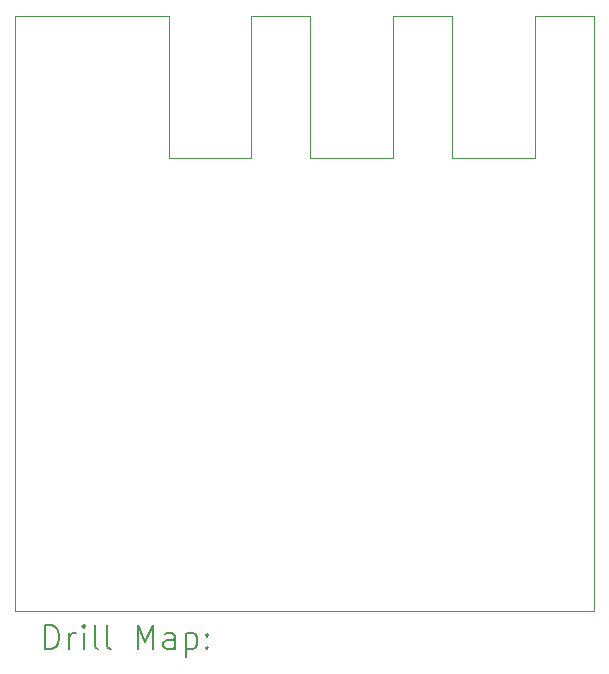
<source format=gbr>
%TF.GenerationSoftware,KiCad,Pcbnew,7.0.9*%
%TF.CreationDate,2023-12-09T12:27:37+01:00*%
%TF.ProjectId,AirMonitor,4169724d-6f6e-4697-946f-722e6b696361,1.0.0*%
%TF.SameCoordinates,Original*%
%TF.FileFunction,Drillmap*%
%TF.FilePolarity,Positive*%
%FSLAX45Y45*%
G04 Gerber Fmt 4.5, Leading zero omitted, Abs format (unit mm)*
G04 Created by KiCad (PCBNEW 7.0.9) date 2023-12-09 12:27:37*
%MOMM*%
%LPD*%
G01*
G04 APERTURE LIST*
%ADD10C,0.100000*%
%ADD11C,0.200000*%
G04 APERTURE END LIST*
D10*
X13100000Y-11400000D02*
X13100000Y-12100000D01*
X11200000Y-12100000D02*
X11200000Y-10900000D01*
X11900000Y-10900000D02*
X11900000Y-11400000D01*
X14300000Y-11400000D02*
X14300000Y-12100000D01*
X13100000Y-12100000D02*
X12400000Y-12100000D01*
X14800000Y-15940000D02*
X14800000Y-12100000D01*
X13600000Y-10900000D02*
X13100000Y-10900000D01*
X13100000Y-10900000D02*
X13100000Y-11400000D01*
X11200000Y-10900000D02*
X9900000Y-10900000D01*
X9900000Y-10900000D02*
X9900000Y-12000000D01*
X12400000Y-10900000D02*
X11900000Y-10900000D01*
X13600000Y-11400000D02*
X13600000Y-10900000D01*
X14800000Y-11400000D02*
X14800000Y-10900000D01*
X14800000Y-10900000D02*
X14300000Y-10900000D01*
X14300000Y-12100000D02*
X13600000Y-12100000D01*
X11900000Y-12100000D02*
X11200000Y-12100000D01*
X9900000Y-15940000D02*
X14800000Y-15940000D01*
X12400000Y-12100000D02*
X12400000Y-11400000D01*
X11900000Y-11400000D02*
X11900000Y-12100000D01*
X14300000Y-10900000D02*
X14300000Y-11400000D01*
X13600000Y-12100000D02*
X13600000Y-11400000D01*
X14800000Y-12100000D02*
X14800000Y-11400000D01*
X12400000Y-11400000D02*
X12400000Y-10900000D01*
X9900000Y-12000000D02*
X9900000Y-15940000D01*
D11*
X10155777Y-16256484D02*
X10155777Y-16056484D01*
X10155777Y-16056484D02*
X10203396Y-16056484D01*
X10203396Y-16056484D02*
X10231967Y-16066008D01*
X10231967Y-16066008D02*
X10251015Y-16085055D01*
X10251015Y-16085055D02*
X10260539Y-16104103D01*
X10260539Y-16104103D02*
X10270063Y-16142198D01*
X10270063Y-16142198D02*
X10270063Y-16170769D01*
X10270063Y-16170769D02*
X10260539Y-16208865D01*
X10260539Y-16208865D02*
X10251015Y-16227912D01*
X10251015Y-16227912D02*
X10231967Y-16246960D01*
X10231967Y-16246960D02*
X10203396Y-16256484D01*
X10203396Y-16256484D02*
X10155777Y-16256484D01*
X10355777Y-16256484D02*
X10355777Y-16123150D01*
X10355777Y-16161246D02*
X10365301Y-16142198D01*
X10365301Y-16142198D02*
X10374824Y-16132674D01*
X10374824Y-16132674D02*
X10393872Y-16123150D01*
X10393872Y-16123150D02*
X10412920Y-16123150D01*
X10479586Y-16256484D02*
X10479586Y-16123150D01*
X10479586Y-16056484D02*
X10470063Y-16066008D01*
X10470063Y-16066008D02*
X10479586Y-16075531D01*
X10479586Y-16075531D02*
X10489110Y-16066008D01*
X10489110Y-16066008D02*
X10479586Y-16056484D01*
X10479586Y-16056484D02*
X10479586Y-16075531D01*
X10603396Y-16256484D02*
X10584348Y-16246960D01*
X10584348Y-16246960D02*
X10574824Y-16227912D01*
X10574824Y-16227912D02*
X10574824Y-16056484D01*
X10708158Y-16256484D02*
X10689110Y-16246960D01*
X10689110Y-16246960D02*
X10679586Y-16227912D01*
X10679586Y-16227912D02*
X10679586Y-16056484D01*
X10936729Y-16256484D02*
X10936729Y-16056484D01*
X10936729Y-16056484D02*
X11003396Y-16199341D01*
X11003396Y-16199341D02*
X11070063Y-16056484D01*
X11070063Y-16056484D02*
X11070063Y-16256484D01*
X11251015Y-16256484D02*
X11251015Y-16151722D01*
X11251015Y-16151722D02*
X11241491Y-16132674D01*
X11241491Y-16132674D02*
X11222443Y-16123150D01*
X11222443Y-16123150D02*
X11184348Y-16123150D01*
X11184348Y-16123150D02*
X11165301Y-16132674D01*
X11251015Y-16246960D02*
X11231967Y-16256484D01*
X11231967Y-16256484D02*
X11184348Y-16256484D01*
X11184348Y-16256484D02*
X11165301Y-16246960D01*
X11165301Y-16246960D02*
X11155777Y-16227912D01*
X11155777Y-16227912D02*
X11155777Y-16208865D01*
X11155777Y-16208865D02*
X11165301Y-16189817D01*
X11165301Y-16189817D02*
X11184348Y-16180293D01*
X11184348Y-16180293D02*
X11231967Y-16180293D01*
X11231967Y-16180293D02*
X11251015Y-16170769D01*
X11346253Y-16123150D02*
X11346253Y-16323150D01*
X11346253Y-16132674D02*
X11365301Y-16123150D01*
X11365301Y-16123150D02*
X11403396Y-16123150D01*
X11403396Y-16123150D02*
X11422443Y-16132674D01*
X11422443Y-16132674D02*
X11431967Y-16142198D01*
X11431967Y-16142198D02*
X11441491Y-16161246D01*
X11441491Y-16161246D02*
X11441491Y-16218388D01*
X11441491Y-16218388D02*
X11431967Y-16237436D01*
X11431967Y-16237436D02*
X11422443Y-16246960D01*
X11422443Y-16246960D02*
X11403396Y-16256484D01*
X11403396Y-16256484D02*
X11365301Y-16256484D01*
X11365301Y-16256484D02*
X11346253Y-16246960D01*
X11527205Y-16237436D02*
X11536729Y-16246960D01*
X11536729Y-16246960D02*
X11527205Y-16256484D01*
X11527205Y-16256484D02*
X11517682Y-16246960D01*
X11517682Y-16246960D02*
X11527205Y-16237436D01*
X11527205Y-16237436D02*
X11527205Y-16256484D01*
X11527205Y-16132674D02*
X11536729Y-16142198D01*
X11536729Y-16142198D02*
X11527205Y-16151722D01*
X11527205Y-16151722D02*
X11517682Y-16142198D01*
X11517682Y-16142198D02*
X11527205Y-16132674D01*
X11527205Y-16132674D02*
X11527205Y-16151722D01*
M02*

</source>
